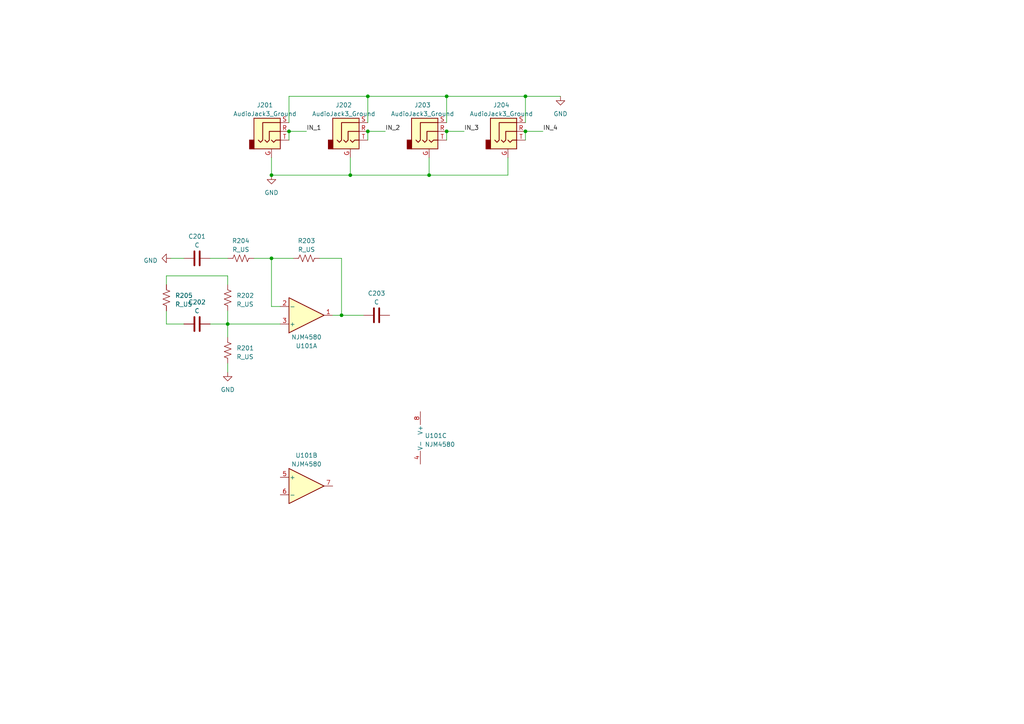
<source format=kicad_sch>
(kicad_sch (version 20230121) (generator eeschema)
  (paper "A4")
  (lib_symbols
    (symbol "Amplifier_Operational:NJM4580" (pin_names (offset 0.127))
      (property "Reference" "U" (at 0 5.08 0))
      (property "Value" "NJM4580" (at 0 -5.08 0))
      (symbol "NJM4580_1_1"
        (polyline (pts (xy -5.08 5.08) (xy 5.08 0) (xy -5.08 -5.08) (xy -5.08 5.08)) (stroke (width 0.254)) (fill (type background)))
        (pin output line (at 7.62 0 180) (length 2.54) (name "~") (number "1"))
        (pin input line (at -7.62 -2.54 0) (length 2.54) (name "-") (number "2"))
        (pin input line (at -7.62 2.54 0) (length 2.54) (name "+") (number "3"))
      )
      (symbol "NJM4580_2_1"
        (polyline (pts (xy -5.08 5.08) (xy 5.08 0) (xy -5.08 -5.08) (xy -5.08 5.08)) (stroke (width 0.254)) (fill (type background)))
        (pin input line (at -7.62 2.54 0) (length 2.54) (name "+") (number "5"))
        (pin input line (at -7.62 -2.54 0) (length 2.54) (name "-") (number "6"))
        (pin output line (at 7.62 0 180) (length 2.54) (name "~") (number "7"))
      )
      (symbol "NJM4580_3_1"
        (pin power_in line (at -2.54 -7.62 90) (length 3.81) (name "V-") (number "4"))
        (pin power_in line (at -2.54 7.62 270) (length 3.81) (name "V+") (number "8"))
      )
    )
    (symbol "Connector_Audio:AudioJack3_Ground"
      (property "Reference" "J" (at 0 8.89 0))
      (property "Value" "AudioJack3_Ground" (at 0 6.35 0))
      (symbol "AudioJack3_Ground_0_1"
        (rectangle (start -5.08 -2.54) (end -6.35 -5.08) (stroke (width 0.254)) (fill (type outline)))
        (polyline (pts (xy 0 -2.54) (xy 0.635 -3.175) (xy 1.27 -2.54) (xy 2.54 -2.54)) (stroke (width 0.254)))
        (polyline (pts (xy -1.905 -2.54) (xy -1.27 -3.175) (xy -0.635 -2.54) (xy -0.635 0) (xy 2.54 0)) (stroke (width 0.254)))
        (polyline (pts (xy 2.54 2.54) (xy -2.54 2.54) (xy -2.54 -2.54) (xy -3.175 -3.175) (xy -3.81 -2.54)) (stroke (width 0.254)))
        (rectangle (start 2.54 3.81) (end -5.08 -5.08) (stroke (width 0.254)) (fill (type background)))
      )
      (symbol "AudioJack3_Ground_1_1"
        (pin passive line (at 0 -7.62 90) (length 2.54) (name "~") (number "G"))
        (pin passive line (at 5.08 0 180) (length 2.54) (name "~") (number "R"))
        (pin passive line (at 5.08 2.54 180) (length 2.54) (name "~") (number "S"))
        (pin passive line (at 5.08 -2.54 180) (length 2.54) (name "~") (number "T"))
      )
    )
    (symbol "Device:C" (pin_numbers hide) (pin_names (offset 0.254))
      (property "Reference" "C" (at 0.635 2.54 0))
      (property "Value" "C" (at 0.635 -2.54 0))
      (symbol "C_0_1"
        (polyline (pts (xy -2.032 -0.762) (xy 2.032 -0.762)) (stroke (width 0.508)))
        (polyline (pts (xy -2.032 0.762) (xy 2.032 0.762)) (stroke (width 0.508)))
      )
      (symbol "C_1_1"
        (pin passive line (at 0 3.81 270) (length 2.794) (name "~") (number "1"))
        (pin passive line (at 0 -3.81 90) (length 2.794) (name "~") (number "2"))
      )
    )
    (symbol "Device:R_US" (pin_numbers hide) (pin_names (offset 0))
      (property "Reference" "R" (at 2.54 0 90))
      (property "Value" "R_US" (at -2.54 0 90))
      (symbol "R_US_0_1"
        (polyline (pts (xy 0 -2.286) (xy 0 -2.54)))
        (polyline (pts (xy 0 2.286) (xy 0 2.54)))
        (polyline (pts (xy 0 -0.762) (xy 1.016 -1.143) (xy 0 -1.524) (xy -1.016 -1.905) (xy 0 -2.286)))
        (polyline (pts (xy 0 0.762) (xy 1.016 0.381) (xy 0 0) (xy -1.016 -0.381) (xy 0 -0.762)))
        (polyline (pts (xy 0 2.286) (xy 1.016 1.905) (xy 0 1.524) (xy -1.016 1.143) (xy 0 0.762)))
      )
      (symbol "R_US_1_1"
        (pin passive line (at 0 3.81 270) (length 1.27) (name "~") (number "1"))
        (pin passive line (at 0 -3.81 90) (length 1.27) (name "~") (number "2"))
      )
    )
    (symbol "power:GND" (power) (pin_names (offset 0))
      (property "Value" "GND" (at 0 -3.81 0))
      (symbol "GND_0_1"
        (polyline (pts (xy 0 0) (xy 0 -1.27) (xy 1.27 -1.27) (xy 0 -2.54) (xy -1.27 -1.27) (xy 0 -1.27)))
      )
      (symbol "GND_1_1"
        (pin power_in line (at 0 0 270) (length 0) hide (name "GND") (number "1"))
      )
    )
  )
  (junction (at 152.4 27.94))
  (junction (at 83.82 38.1))
  (junction (at 152.4 38.1))
  (junction (at 66.04 93.98))
  (junction (at 106.68 38.1))
  (junction (at 101.6 50.8))
  (junction (at 124.46 50.8))
  (junction (at 99.06 91.44))
  (junction (at 106.68 27.94))
  (junction (at 129.54 27.94))
  (junction (at 129.54 38.1))
  (junction (at 78.74 50.8))
  (junction (at 78.74 74.93))
  (wire (pts (xy 49.53 74.93) (xy 53.34 74.93)))
  (wire (pts (xy 78.74 50.8) (xy 101.6 50.8)))
  (wire (pts (xy 78.74 74.93) (xy 85.09 74.93)))
  (wire (pts (xy 53.34 93.98) (xy 48.26 93.98)))
  (wire (pts (xy 106.68 38.1) (xy 111.76 38.1)))
  (wire (pts (xy 152.4 38.1) (xy 152.4 40.64)))
  (wire (pts (xy 129.54 38.1) (xy 129.54 40.64)))
  (wire (pts (xy 129.54 35.56) (xy 129.54 27.94)))
  (wire (pts (xy 66.04 80.01) (xy 66.04 82.55)))
  (wire (pts (xy 129.54 38.1) (xy 134.62 38.1)))
  (wire (pts (xy 66.04 105.41) (xy 66.04 107.95)))
  (wire (pts (xy 106.68 38.1) (xy 106.68 40.64)))
  (wire (pts (xy 101.6 45.72) (xy 101.6 50.8)))
  (wire (pts (xy 83.82 38.1) (xy 88.9 38.1)))
  (wire (pts (xy 99.06 91.44) (xy 96.52 91.44)))
  (wire (pts (xy 99.06 74.93) (xy 99.06 91.44)))
  (wire (pts (xy 78.74 88.9) (xy 78.74 74.93)))
  (wire (pts (xy 152.4 38.1) (xy 157.48 38.1)))
  (wire (pts (xy 147.32 45.72) (xy 147.32 50.8)))
  (wire (pts (xy 92.71 74.93) (xy 99.06 74.93)))
  (wire (pts (xy 66.04 97.79) (xy 66.04 93.98)))
  (wire (pts (xy 83.82 27.94) (xy 106.68 27.94)))
  (wire (pts (xy 78.74 45.72) (xy 78.74 50.8)))
  (wire (pts (xy 152.4 27.94) (xy 162.56 27.94)))
  (wire (pts (xy 106.68 27.94) (xy 129.54 27.94)))
  (wire (pts (xy 60.96 74.93) (xy 66.04 74.93)))
  (wire (pts (xy 60.96 93.98) (xy 66.04 93.98)))
  (wire (pts (xy 81.28 88.9) (xy 78.74 88.9)))
  (wire (pts (xy 66.04 93.98) (xy 81.28 93.98)))
  (wire (pts (xy 129.54 27.94) (xy 152.4 27.94)))
  (wire (pts (xy 66.04 90.17) (xy 66.04 93.98)))
  (wire (pts (xy 147.32 50.8) (xy 124.46 50.8)))
  (wire (pts (xy 83.82 38.1) (xy 83.82 40.64)))
  (wire (pts (xy 124.46 45.72) (xy 124.46 50.8)))
  (wire (pts (xy 73.66 74.93) (xy 78.74 74.93)))
  (wire (pts (xy 48.26 82.55) (xy 48.26 80.01)))
  (wire (pts (xy 106.68 27.94) (xy 106.68 35.56)))
  (wire (pts (xy 152.4 35.56) (xy 152.4 27.94)))
  (wire (pts (xy 83.82 35.56) (xy 83.82 27.94)))
  (wire (pts (xy 99.06 91.44) (xy 105.41 91.44)))
  (wire (pts (xy 48.26 90.17) (xy 48.26 93.98)))
  (wire (pts (xy 48.26 80.01) (xy 66.04 80.01)))
  (wire (pts (xy 124.46 50.8) (xy 101.6 50.8)))
  (label "IN_2" (at 111.76 38.1 0))
  (label "IN_4" (at 157.48 38.1 0))
  (label "IN_1" (at 88.9 38.1 0))
  (label "IN_3" (at 134.62 38.1 0))
  (symbol (lib_id "Device:R_US") (at 69.85 74.93 90) (unit 1)
    (property "Reference" "R204" (at 69.85 69.85 90))
    (property "Value" "R_US" (at 69.85 72.39 90))
  )
  (symbol (lib_id "power:GND") (at 162.56 27.94 0) (unit 1)
    (property "Reference" "#PWR0202" (effects hide))
    (property "Value" "GND" (at 162.56 33.02 0))
  )
  (symbol (lib_id "power:GND") (at 66.04 107.95 0) (unit 1)
    (property "Reference" "#PWR0204" (effects hide))
    (property "Value" "GND" (at 66.04 113.03 0))
  )
  (symbol (lib_id "Amplifier_Operational:NJM4580") (at 88.9 91.44 0) (mirror x) (unit 1)
    (property "Reference" "U101" (at 88.9 100.33 0))
    (property "Value" "NJM4580" (at 88.9 97.79 0))
    (property "Datasheet" "http://www.njr.com/semicon/PDF/NJM4580_E.pdf" (effects hide))
    (instances (project "hydrophone board" (path "" (reference "U101") (unit 1)) (path "" (reference "U201") (unit 1))))
  )
  (symbol (lib_id "Connector_Audio:AudioJack3_Ground") (at 124.46 38.1 0) (unit 1)
    (property "Reference" "J203" (at 122.555 30.48 0))
    (property "Value" "AudioJack3_Ground" (at 122.555 33.02 0))
  )
  (symbol (lib_id "power:GND") (at 49.53 74.93 270) (unit 1)
    (property "Reference" "#PWR0203" (effects hide))
    (property "Value" "GND" (at 45.72 75.565 90) (effects (justify right)))
  )
  (symbol (lib_id "Device:R_US") (at 66.04 86.36 0) (unit 1)
    (property "Reference" "R202" (at 68.58 85.725 0) (effects (justify left)))
    (property "Value" "R_US" (at 68.58 88.265 0) (effects (justify left)))
  )
  (symbol (lib_id "Connector_Audio:AudioJack3_Ground") (at 101.6 38.1 0) (unit 1)
    (property "Reference" "J202" (at 99.695 30.48 0))
    (property "Value" "AudioJack3_Ground" (at 99.695 33.02 0))
  )
  (symbol (lib_id "power:GND") (at 78.74 50.8 0) (unit 1)
    (property "Reference" "#PWR0201" (effects hide))
    (property "Value" "GND" (at 78.74 55.88 0))
  )
  (symbol (lib_id "Device:R_US") (at 88.9 74.93 90) (unit 1)
    (property "Reference" "R203" (at 88.9 69.85 90))
    (property "Value" "R_US" (at 88.9 72.39 90))
  )
  (symbol (lib_id "Device:C") (at 57.15 93.98 90) (unit 1)
    (property "Reference" "C202" (at 57.15 87.63 90))
    (property "Value" "C" (at 57.15 90.17 90))
  )
  (symbol (lib_id "Connector_Audio:AudioJack3_Ground") (at 147.32 38.1 0) (unit 1)
    (property "Reference" "J204" (at 145.415 30.48 0))
    (property "Value" "AudioJack3_Ground" (at 145.415 33.02 0))
  )
  (symbol (lib_id "Device:C") (at 57.15 74.93 90) (unit 1)
    (property "Reference" "C201" (at 57.15 68.58 90))
    (property "Value" "C" (at 57.15 71.12 90))
  )
  (symbol (lib_id "Connector_Audio:AudioJack3_Ground") (at 78.74 38.1 0) (unit 1)
    (property "Reference" "J201" (at 76.835 30.48 0))
    (property "Value" "AudioJack3_Ground" (at 76.835 33.02 0))
  )
  (symbol (lib_id "Amplifier_Operational:NJM4580") (at 88.9 140.97 0) (unit 2)
    (property "Reference" "U101" (at 88.9 132.08 0))
    (property "Value" "NJM4580" (at 88.9 134.62 0))
    (property "Datasheet" "http://www.njr.com/semicon/PDF/NJM4580_E.pdf" (effects hide))
    (instances (project "hydrophone board" (path "" (reference "U101") (unit 2)) (path "" (reference "U201") (unit 2))))
  )
  (symbol (lib_id "Device:C") (at 109.22 91.44 90) (unit 1)
    (property "Reference" "C203" (at 109.22 85.09 90))
    (property "Value" "C" (at 109.22 87.63 90))
  )
  (symbol (lib_id "Amplifier_Operational:NJM4580") (at 124.46 127 0) (unit 3)
    (property "Reference" "U101" (at 123.19 126.365 0) (effects (justify left)))
    (property "Value" "NJM4580" (at 123.19 128.905 0) (effects (justify left)))
    (property "Datasheet" "http://www.njr.com/semicon/PDF/NJM4580_E.pdf" (effects hide))
    (instances (project "hydrophone board" (path "" (reference "U101") (unit 3)) (path "" (reference "U201") (unit 3))))
  )
  (symbol (lib_id "Device:R_US") (at 48.26 86.36 180) (unit 1)
    (property "Reference" "R205" (at 50.8 85.725 0) (effects (justify right)))
    (property "Value" "R_US" (at 50.8 88.265 0) (effects (justify right)))
  )
  (symbol (lib_id "Device:R_US") (at 66.04 101.6 0) (unit 1)
    (property "Reference" "R201" (at 68.58 100.965 0) (effects (justify left)))
    (property "Value" "R_US" (at 68.58 103.505 0) (effects (justify left)))
  )
)
</source>
